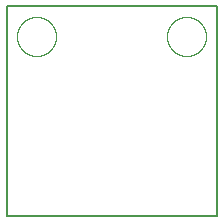
<source format=gko>
G75*
%MOIN*%
%OFA0B0*%
%FSLAX25Y25*%
%IPPOS*%
%LPD*%
%AMOC8*
5,1,8,0,0,1.08239X$1,22.5*
%
%ADD10C,0.00800*%
%ADD11C,0.00000*%
D10*
X0138333Y0090000D02*
X0208333Y0090000D01*
X0208333Y0160000D01*
X0138333Y0160000D01*
X0138333Y0090000D01*
D11*
X0141833Y0150000D02*
X0141835Y0150161D01*
X0141841Y0150321D01*
X0141851Y0150482D01*
X0141865Y0150642D01*
X0141883Y0150802D01*
X0141904Y0150961D01*
X0141930Y0151120D01*
X0141960Y0151278D01*
X0141993Y0151435D01*
X0142031Y0151592D01*
X0142072Y0151747D01*
X0142117Y0151901D01*
X0142166Y0152054D01*
X0142219Y0152206D01*
X0142275Y0152357D01*
X0142336Y0152506D01*
X0142399Y0152654D01*
X0142467Y0152800D01*
X0142538Y0152944D01*
X0142612Y0153086D01*
X0142690Y0153227D01*
X0142772Y0153365D01*
X0142857Y0153502D01*
X0142945Y0153636D01*
X0143037Y0153768D01*
X0143132Y0153898D01*
X0143230Y0154026D01*
X0143331Y0154151D01*
X0143435Y0154273D01*
X0143542Y0154393D01*
X0143652Y0154510D01*
X0143765Y0154625D01*
X0143881Y0154736D01*
X0144000Y0154845D01*
X0144121Y0154950D01*
X0144245Y0155053D01*
X0144371Y0155153D01*
X0144499Y0155249D01*
X0144630Y0155342D01*
X0144764Y0155432D01*
X0144899Y0155519D01*
X0145037Y0155602D01*
X0145176Y0155682D01*
X0145318Y0155758D01*
X0145461Y0155831D01*
X0145606Y0155900D01*
X0145753Y0155966D01*
X0145901Y0156028D01*
X0146051Y0156086D01*
X0146202Y0156141D01*
X0146355Y0156192D01*
X0146509Y0156239D01*
X0146664Y0156282D01*
X0146820Y0156321D01*
X0146976Y0156357D01*
X0147134Y0156388D01*
X0147292Y0156416D01*
X0147451Y0156440D01*
X0147611Y0156460D01*
X0147771Y0156476D01*
X0147931Y0156488D01*
X0148092Y0156496D01*
X0148253Y0156500D01*
X0148413Y0156500D01*
X0148574Y0156496D01*
X0148735Y0156488D01*
X0148895Y0156476D01*
X0149055Y0156460D01*
X0149215Y0156440D01*
X0149374Y0156416D01*
X0149532Y0156388D01*
X0149690Y0156357D01*
X0149846Y0156321D01*
X0150002Y0156282D01*
X0150157Y0156239D01*
X0150311Y0156192D01*
X0150464Y0156141D01*
X0150615Y0156086D01*
X0150765Y0156028D01*
X0150913Y0155966D01*
X0151060Y0155900D01*
X0151205Y0155831D01*
X0151348Y0155758D01*
X0151490Y0155682D01*
X0151629Y0155602D01*
X0151767Y0155519D01*
X0151902Y0155432D01*
X0152036Y0155342D01*
X0152167Y0155249D01*
X0152295Y0155153D01*
X0152421Y0155053D01*
X0152545Y0154950D01*
X0152666Y0154845D01*
X0152785Y0154736D01*
X0152901Y0154625D01*
X0153014Y0154510D01*
X0153124Y0154393D01*
X0153231Y0154273D01*
X0153335Y0154151D01*
X0153436Y0154026D01*
X0153534Y0153898D01*
X0153629Y0153768D01*
X0153721Y0153636D01*
X0153809Y0153502D01*
X0153894Y0153365D01*
X0153976Y0153227D01*
X0154054Y0153086D01*
X0154128Y0152944D01*
X0154199Y0152800D01*
X0154267Y0152654D01*
X0154330Y0152506D01*
X0154391Y0152357D01*
X0154447Y0152206D01*
X0154500Y0152054D01*
X0154549Y0151901D01*
X0154594Y0151747D01*
X0154635Y0151592D01*
X0154673Y0151435D01*
X0154706Y0151278D01*
X0154736Y0151120D01*
X0154762Y0150961D01*
X0154783Y0150802D01*
X0154801Y0150642D01*
X0154815Y0150482D01*
X0154825Y0150321D01*
X0154831Y0150161D01*
X0154833Y0150000D01*
X0154831Y0149839D01*
X0154825Y0149679D01*
X0154815Y0149518D01*
X0154801Y0149358D01*
X0154783Y0149198D01*
X0154762Y0149039D01*
X0154736Y0148880D01*
X0154706Y0148722D01*
X0154673Y0148565D01*
X0154635Y0148408D01*
X0154594Y0148253D01*
X0154549Y0148099D01*
X0154500Y0147946D01*
X0154447Y0147794D01*
X0154391Y0147643D01*
X0154330Y0147494D01*
X0154267Y0147346D01*
X0154199Y0147200D01*
X0154128Y0147056D01*
X0154054Y0146914D01*
X0153976Y0146773D01*
X0153894Y0146635D01*
X0153809Y0146498D01*
X0153721Y0146364D01*
X0153629Y0146232D01*
X0153534Y0146102D01*
X0153436Y0145974D01*
X0153335Y0145849D01*
X0153231Y0145727D01*
X0153124Y0145607D01*
X0153014Y0145490D01*
X0152901Y0145375D01*
X0152785Y0145264D01*
X0152666Y0145155D01*
X0152545Y0145050D01*
X0152421Y0144947D01*
X0152295Y0144847D01*
X0152167Y0144751D01*
X0152036Y0144658D01*
X0151902Y0144568D01*
X0151767Y0144481D01*
X0151629Y0144398D01*
X0151490Y0144318D01*
X0151348Y0144242D01*
X0151205Y0144169D01*
X0151060Y0144100D01*
X0150913Y0144034D01*
X0150765Y0143972D01*
X0150615Y0143914D01*
X0150464Y0143859D01*
X0150311Y0143808D01*
X0150157Y0143761D01*
X0150002Y0143718D01*
X0149846Y0143679D01*
X0149690Y0143643D01*
X0149532Y0143612D01*
X0149374Y0143584D01*
X0149215Y0143560D01*
X0149055Y0143540D01*
X0148895Y0143524D01*
X0148735Y0143512D01*
X0148574Y0143504D01*
X0148413Y0143500D01*
X0148253Y0143500D01*
X0148092Y0143504D01*
X0147931Y0143512D01*
X0147771Y0143524D01*
X0147611Y0143540D01*
X0147451Y0143560D01*
X0147292Y0143584D01*
X0147134Y0143612D01*
X0146976Y0143643D01*
X0146820Y0143679D01*
X0146664Y0143718D01*
X0146509Y0143761D01*
X0146355Y0143808D01*
X0146202Y0143859D01*
X0146051Y0143914D01*
X0145901Y0143972D01*
X0145753Y0144034D01*
X0145606Y0144100D01*
X0145461Y0144169D01*
X0145318Y0144242D01*
X0145176Y0144318D01*
X0145037Y0144398D01*
X0144899Y0144481D01*
X0144764Y0144568D01*
X0144630Y0144658D01*
X0144499Y0144751D01*
X0144371Y0144847D01*
X0144245Y0144947D01*
X0144121Y0145050D01*
X0144000Y0145155D01*
X0143881Y0145264D01*
X0143765Y0145375D01*
X0143652Y0145490D01*
X0143542Y0145607D01*
X0143435Y0145727D01*
X0143331Y0145849D01*
X0143230Y0145974D01*
X0143132Y0146102D01*
X0143037Y0146232D01*
X0142945Y0146364D01*
X0142857Y0146498D01*
X0142772Y0146635D01*
X0142690Y0146773D01*
X0142612Y0146914D01*
X0142538Y0147056D01*
X0142467Y0147200D01*
X0142399Y0147346D01*
X0142336Y0147494D01*
X0142275Y0147643D01*
X0142219Y0147794D01*
X0142166Y0147946D01*
X0142117Y0148099D01*
X0142072Y0148253D01*
X0142031Y0148408D01*
X0141993Y0148565D01*
X0141960Y0148722D01*
X0141930Y0148880D01*
X0141904Y0149039D01*
X0141883Y0149198D01*
X0141865Y0149358D01*
X0141851Y0149518D01*
X0141841Y0149679D01*
X0141835Y0149839D01*
X0141833Y0150000D01*
X0191833Y0150000D02*
X0191835Y0150161D01*
X0191841Y0150321D01*
X0191851Y0150482D01*
X0191865Y0150642D01*
X0191883Y0150802D01*
X0191904Y0150961D01*
X0191930Y0151120D01*
X0191960Y0151278D01*
X0191993Y0151435D01*
X0192031Y0151592D01*
X0192072Y0151747D01*
X0192117Y0151901D01*
X0192166Y0152054D01*
X0192219Y0152206D01*
X0192275Y0152357D01*
X0192336Y0152506D01*
X0192399Y0152654D01*
X0192467Y0152800D01*
X0192538Y0152944D01*
X0192612Y0153086D01*
X0192690Y0153227D01*
X0192772Y0153365D01*
X0192857Y0153502D01*
X0192945Y0153636D01*
X0193037Y0153768D01*
X0193132Y0153898D01*
X0193230Y0154026D01*
X0193331Y0154151D01*
X0193435Y0154273D01*
X0193542Y0154393D01*
X0193652Y0154510D01*
X0193765Y0154625D01*
X0193881Y0154736D01*
X0194000Y0154845D01*
X0194121Y0154950D01*
X0194245Y0155053D01*
X0194371Y0155153D01*
X0194499Y0155249D01*
X0194630Y0155342D01*
X0194764Y0155432D01*
X0194899Y0155519D01*
X0195037Y0155602D01*
X0195176Y0155682D01*
X0195318Y0155758D01*
X0195461Y0155831D01*
X0195606Y0155900D01*
X0195753Y0155966D01*
X0195901Y0156028D01*
X0196051Y0156086D01*
X0196202Y0156141D01*
X0196355Y0156192D01*
X0196509Y0156239D01*
X0196664Y0156282D01*
X0196820Y0156321D01*
X0196976Y0156357D01*
X0197134Y0156388D01*
X0197292Y0156416D01*
X0197451Y0156440D01*
X0197611Y0156460D01*
X0197771Y0156476D01*
X0197931Y0156488D01*
X0198092Y0156496D01*
X0198253Y0156500D01*
X0198413Y0156500D01*
X0198574Y0156496D01*
X0198735Y0156488D01*
X0198895Y0156476D01*
X0199055Y0156460D01*
X0199215Y0156440D01*
X0199374Y0156416D01*
X0199532Y0156388D01*
X0199690Y0156357D01*
X0199846Y0156321D01*
X0200002Y0156282D01*
X0200157Y0156239D01*
X0200311Y0156192D01*
X0200464Y0156141D01*
X0200615Y0156086D01*
X0200765Y0156028D01*
X0200913Y0155966D01*
X0201060Y0155900D01*
X0201205Y0155831D01*
X0201348Y0155758D01*
X0201490Y0155682D01*
X0201629Y0155602D01*
X0201767Y0155519D01*
X0201902Y0155432D01*
X0202036Y0155342D01*
X0202167Y0155249D01*
X0202295Y0155153D01*
X0202421Y0155053D01*
X0202545Y0154950D01*
X0202666Y0154845D01*
X0202785Y0154736D01*
X0202901Y0154625D01*
X0203014Y0154510D01*
X0203124Y0154393D01*
X0203231Y0154273D01*
X0203335Y0154151D01*
X0203436Y0154026D01*
X0203534Y0153898D01*
X0203629Y0153768D01*
X0203721Y0153636D01*
X0203809Y0153502D01*
X0203894Y0153365D01*
X0203976Y0153227D01*
X0204054Y0153086D01*
X0204128Y0152944D01*
X0204199Y0152800D01*
X0204267Y0152654D01*
X0204330Y0152506D01*
X0204391Y0152357D01*
X0204447Y0152206D01*
X0204500Y0152054D01*
X0204549Y0151901D01*
X0204594Y0151747D01*
X0204635Y0151592D01*
X0204673Y0151435D01*
X0204706Y0151278D01*
X0204736Y0151120D01*
X0204762Y0150961D01*
X0204783Y0150802D01*
X0204801Y0150642D01*
X0204815Y0150482D01*
X0204825Y0150321D01*
X0204831Y0150161D01*
X0204833Y0150000D01*
X0204831Y0149839D01*
X0204825Y0149679D01*
X0204815Y0149518D01*
X0204801Y0149358D01*
X0204783Y0149198D01*
X0204762Y0149039D01*
X0204736Y0148880D01*
X0204706Y0148722D01*
X0204673Y0148565D01*
X0204635Y0148408D01*
X0204594Y0148253D01*
X0204549Y0148099D01*
X0204500Y0147946D01*
X0204447Y0147794D01*
X0204391Y0147643D01*
X0204330Y0147494D01*
X0204267Y0147346D01*
X0204199Y0147200D01*
X0204128Y0147056D01*
X0204054Y0146914D01*
X0203976Y0146773D01*
X0203894Y0146635D01*
X0203809Y0146498D01*
X0203721Y0146364D01*
X0203629Y0146232D01*
X0203534Y0146102D01*
X0203436Y0145974D01*
X0203335Y0145849D01*
X0203231Y0145727D01*
X0203124Y0145607D01*
X0203014Y0145490D01*
X0202901Y0145375D01*
X0202785Y0145264D01*
X0202666Y0145155D01*
X0202545Y0145050D01*
X0202421Y0144947D01*
X0202295Y0144847D01*
X0202167Y0144751D01*
X0202036Y0144658D01*
X0201902Y0144568D01*
X0201767Y0144481D01*
X0201629Y0144398D01*
X0201490Y0144318D01*
X0201348Y0144242D01*
X0201205Y0144169D01*
X0201060Y0144100D01*
X0200913Y0144034D01*
X0200765Y0143972D01*
X0200615Y0143914D01*
X0200464Y0143859D01*
X0200311Y0143808D01*
X0200157Y0143761D01*
X0200002Y0143718D01*
X0199846Y0143679D01*
X0199690Y0143643D01*
X0199532Y0143612D01*
X0199374Y0143584D01*
X0199215Y0143560D01*
X0199055Y0143540D01*
X0198895Y0143524D01*
X0198735Y0143512D01*
X0198574Y0143504D01*
X0198413Y0143500D01*
X0198253Y0143500D01*
X0198092Y0143504D01*
X0197931Y0143512D01*
X0197771Y0143524D01*
X0197611Y0143540D01*
X0197451Y0143560D01*
X0197292Y0143584D01*
X0197134Y0143612D01*
X0196976Y0143643D01*
X0196820Y0143679D01*
X0196664Y0143718D01*
X0196509Y0143761D01*
X0196355Y0143808D01*
X0196202Y0143859D01*
X0196051Y0143914D01*
X0195901Y0143972D01*
X0195753Y0144034D01*
X0195606Y0144100D01*
X0195461Y0144169D01*
X0195318Y0144242D01*
X0195176Y0144318D01*
X0195037Y0144398D01*
X0194899Y0144481D01*
X0194764Y0144568D01*
X0194630Y0144658D01*
X0194499Y0144751D01*
X0194371Y0144847D01*
X0194245Y0144947D01*
X0194121Y0145050D01*
X0194000Y0145155D01*
X0193881Y0145264D01*
X0193765Y0145375D01*
X0193652Y0145490D01*
X0193542Y0145607D01*
X0193435Y0145727D01*
X0193331Y0145849D01*
X0193230Y0145974D01*
X0193132Y0146102D01*
X0193037Y0146232D01*
X0192945Y0146364D01*
X0192857Y0146498D01*
X0192772Y0146635D01*
X0192690Y0146773D01*
X0192612Y0146914D01*
X0192538Y0147056D01*
X0192467Y0147200D01*
X0192399Y0147346D01*
X0192336Y0147494D01*
X0192275Y0147643D01*
X0192219Y0147794D01*
X0192166Y0147946D01*
X0192117Y0148099D01*
X0192072Y0148253D01*
X0192031Y0148408D01*
X0191993Y0148565D01*
X0191960Y0148722D01*
X0191930Y0148880D01*
X0191904Y0149039D01*
X0191883Y0149198D01*
X0191865Y0149358D01*
X0191851Y0149518D01*
X0191841Y0149679D01*
X0191835Y0149839D01*
X0191833Y0150000D01*
M02*

</source>
